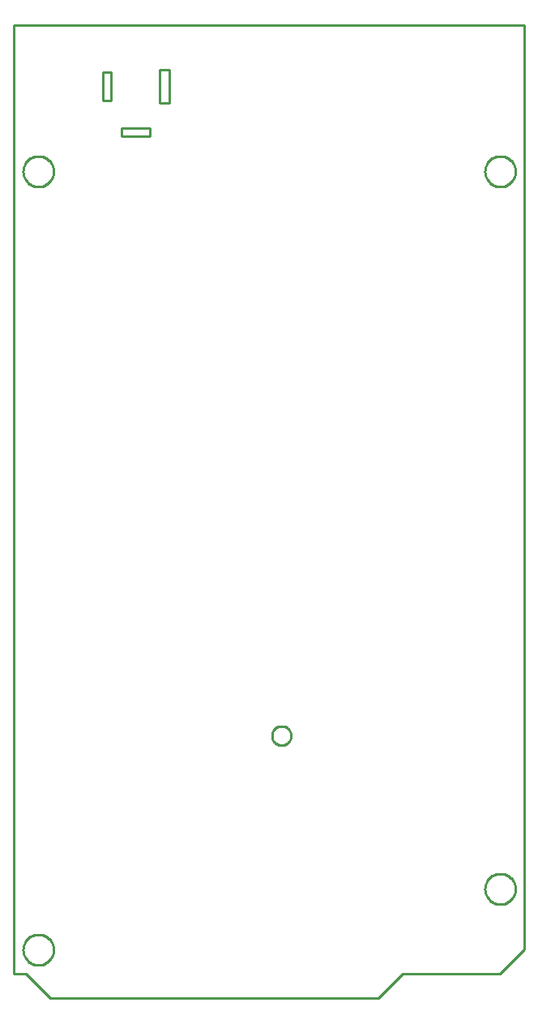
<source format=gbr>
G04 EAGLE Gerber RS-274X export*
G75*
%MOMM*%
%FSLAX34Y34*%
%LPD*%
%IN*%
%IPPOS*%
%AMOC8*
5,1,8,0,0,1.08239X$1,22.5*%
G01*
%ADD10C,0.254000*%


D10*
X241300Y12700D02*
X254000Y12700D01*
X279400Y-12700D01*
X622300Y-12700D01*
X647700Y12700D01*
X749300Y12700D01*
X774700Y38100D01*
X774700Y1003300D01*
X241300Y1003300D01*
X241300Y12700D01*
X353300Y887800D02*
X383300Y887800D01*
X383300Y895800D01*
X353300Y895800D01*
X353300Y887800D01*
X393300Y922300D02*
X403300Y922300D01*
X403300Y957300D01*
X393300Y957300D01*
X393300Y922300D01*
X334300Y924800D02*
X342300Y924800D01*
X342300Y954800D01*
X334300Y954800D01*
X334300Y924800D01*
X748776Y834900D02*
X747731Y834969D01*
X746692Y835105D01*
X745665Y835310D01*
X744653Y835581D01*
X743661Y835917D01*
X742693Y836318D01*
X741754Y836782D01*
X740846Y837306D01*
X739975Y837888D01*
X739144Y838525D01*
X738357Y839216D01*
X737616Y839957D01*
X736925Y840744D01*
X736288Y841575D01*
X735706Y842446D01*
X735182Y843354D01*
X734718Y844293D01*
X734317Y845261D01*
X733981Y846253D01*
X733710Y847265D01*
X733505Y848292D01*
X733369Y849331D01*
X733300Y850376D01*
X733300Y851424D01*
X733369Y852469D01*
X733505Y853508D01*
X733710Y854535D01*
X733981Y855547D01*
X734317Y856539D01*
X734718Y857507D01*
X735182Y858446D01*
X735706Y859354D01*
X736288Y860225D01*
X736925Y861056D01*
X737616Y861843D01*
X738357Y862584D01*
X739144Y863275D01*
X739975Y863913D01*
X740846Y864495D01*
X741754Y865018D01*
X742693Y865482D01*
X743661Y865883D01*
X744653Y866219D01*
X745665Y866490D01*
X746692Y866695D01*
X747731Y866832D01*
X748776Y866900D01*
X749824Y866900D01*
X750869Y866832D01*
X751908Y866695D01*
X752935Y866490D01*
X753947Y866219D01*
X754939Y865883D01*
X755907Y865482D01*
X756846Y865018D01*
X757754Y864495D01*
X758625Y863913D01*
X759456Y863275D01*
X760243Y862584D01*
X760984Y861843D01*
X761675Y861056D01*
X762313Y860225D01*
X762895Y859354D01*
X763418Y858446D01*
X763882Y857507D01*
X764283Y856539D01*
X764619Y855547D01*
X764890Y854535D01*
X765095Y853508D01*
X765232Y852469D01*
X765300Y851424D01*
X765300Y850376D01*
X765232Y849331D01*
X765095Y848292D01*
X764890Y847265D01*
X764619Y846253D01*
X764283Y845261D01*
X763882Y844293D01*
X763418Y843354D01*
X762895Y842446D01*
X762313Y841575D01*
X761675Y840744D01*
X760984Y839957D01*
X760243Y839216D01*
X759456Y838525D01*
X758625Y837888D01*
X757754Y837306D01*
X756846Y836782D01*
X755907Y836318D01*
X754939Y835917D01*
X753947Y835581D01*
X752935Y835310D01*
X751908Y835105D01*
X750869Y834969D01*
X749824Y834900D01*
X748776Y834900D01*
X266176Y834900D02*
X265131Y834969D01*
X264092Y835105D01*
X263065Y835310D01*
X262053Y835581D01*
X261061Y835917D01*
X260093Y836318D01*
X259154Y836782D01*
X258246Y837306D01*
X257375Y837888D01*
X256544Y838525D01*
X255757Y839216D01*
X255016Y839957D01*
X254325Y840744D01*
X253688Y841575D01*
X253106Y842446D01*
X252582Y843354D01*
X252118Y844293D01*
X251717Y845261D01*
X251381Y846253D01*
X251110Y847265D01*
X250905Y848292D01*
X250769Y849331D01*
X250700Y850376D01*
X250700Y851424D01*
X250769Y852469D01*
X250905Y853508D01*
X251110Y854535D01*
X251381Y855547D01*
X251717Y856539D01*
X252118Y857507D01*
X252582Y858446D01*
X253106Y859354D01*
X253688Y860225D01*
X254325Y861056D01*
X255016Y861843D01*
X255757Y862584D01*
X256544Y863275D01*
X257375Y863913D01*
X258246Y864495D01*
X259154Y865018D01*
X260093Y865482D01*
X261061Y865883D01*
X262053Y866219D01*
X263065Y866490D01*
X264092Y866695D01*
X265131Y866832D01*
X266176Y866900D01*
X267224Y866900D01*
X268269Y866832D01*
X269308Y866695D01*
X270335Y866490D01*
X271347Y866219D01*
X272339Y865883D01*
X273307Y865482D01*
X274246Y865018D01*
X275154Y864495D01*
X276025Y863913D01*
X276856Y863275D01*
X277643Y862584D01*
X278384Y861843D01*
X279075Y861056D01*
X279713Y860225D01*
X280295Y859354D01*
X280818Y858446D01*
X281282Y857507D01*
X281683Y856539D01*
X282019Y855547D01*
X282290Y854535D01*
X282495Y853508D01*
X282632Y852469D01*
X282700Y851424D01*
X282700Y850376D01*
X282632Y849331D01*
X282495Y848292D01*
X282290Y847265D01*
X282019Y846253D01*
X281683Y845261D01*
X281282Y844293D01*
X280818Y843354D01*
X280295Y842446D01*
X279713Y841575D01*
X279075Y840744D01*
X278384Y839957D01*
X277643Y839216D01*
X276856Y838525D01*
X276025Y837888D01*
X275154Y837306D01*
X274246Y836782D01*
X273307Y836318D01*
X272339Y835917D01*
X271347Y835581D01*
X270335Y835310D01*
X269308Y835105D01*
X268269Y834969D01*
X267224Y834900D01*
X266176Y834900D01*
X748776Y85600D02*
X747731Y85669D01*
X746692Y85805D01*
X745665Y86010D01*
X744653Y86281D01*
X743661Y86617D01*
X742693Y87018D01*
X741754Y87482D01*
X740846Y88006D01*
X739975Y88588D01*
X739144Y89225D01*
X738357Y89916D01*
X737616Y90657D01*
X736925Y91444D01*
X736288Y92275D01*
X735706Y93146D01*
X735182Y94054D01*
X734718Y94993D01*
X734317Y95961D01*
X733981Y96953D01*
X733710Y97965D01*
X733505Y98992D01*
X733369Y100031D01*
X733300Y101076D01*
X733300Y102124D01*
X733369Y103169D01*
X733505Y104208D01*
X733710Y105235D01*
X733981Y106247D01*
X734317Y107239D01*
X734718Y108207D01*
X735182Y109146D01*
X735706Y110054D01*
X736288Y110925D01*
X736925Y111756D01*
X737616Y112543D01*
X738357Y113284D01*
X739144Y113975D01*
X739975Y114613D01*
X740846Y115195D01*
X741754Y115718D01*
X742693Y116182D01*
X743661Y116583D01*
X744653Y116919D01*
X745665Y117190D01*
X746692Y117395D01*
X747731Y117532D01*
X748776Y117600D01*
X749824Y117600D01*
X750869Y117532D01*
X751908Y117395D01*
X752935Y117190D01*
X753947Y116919D01*
X754939Y116583D01*
X755907Y116182D01*
X756846Y115718D01*
X757754Y115195D01*
X758625Y114613D01*
X759456Y113975D01*
X760243Y113284D01*
X760984Y112543D01*
X761675Y111756D01*
X762313Y110925D01*
X762895Y110054D01*
X763418Y109146D01*
X763882Y108207D01*
X764283Y107239D01*
X764619Y106247D01*
X764890Y105235D01*
X765095Y104208D01*
X765232Y103169D01*
X765300Y102124D01*
X765300Y101076D01*
X765232Y100031D01*
X765095Y98992D01*
X764890Y97965D01*
X764619Y96953D01*
X764283Y95961D01*
X763882Y94993D01*
X763418Y94054D01*
X762895Y93146D01*
X762313Y92275D01*
X761675Y91444D01*
X760984Y90657D01*
X760243Y89916D01*
X759456Y89225D01*
X758625Y88588D01*
X757754Y88006D01*
X756846Y87482D01*
X755907Y87018D01*
X754939Y86617D01*
X753947Y86281D01*
X752935Y86010D01*
X751908Y85805D01*
X750869Y85669D01*
X749824Y85600D01*
X748776Y85600D01*
X266176Y22100D02*
X265131Y22169D01*
X264092Y22305D01*
X263065Y22510D01*
X262053Y22781D01*
X261061Y23117D01*
X260093Y23518D01*
X259154Y23982D01*
X258246Y24506D01*
X257375Y25088D01*
X256544Y25725D01*
X255757Y26416D01*
X255016Y27157D01*
X254325Y27944D01*
X253688Y28775D01*
X253106Y29646D01*
X252582Y30554D01*
X252118Y31493D01*
X251717Y32461D01*
X251381Y33453D01*
X251110Y34465D01*
X250905Y35492D01*
X250769Y36531D01*
X250700Y37576D01*
X250700Y38624D01*
X250769Y39669D01*
X250905Y40708D01*
X251110Y41735D01*
X251381Y42747D01*
X251717Y43739D01*
X252118Y44707D01*
X252582Y45646D01*
X253106Y46554D01*
X253688Y47425D01*
X254325Y48256D01*
X255016Y49043D01*
X255757Y49784D01*
X256544Y50475D01*
X257375Y51113D01*
X258246Y51695D01*
X259154Y52218D01*
X260093Y52682D01*
X261061Y53083D01*
X262053Y53419D01*
X263065Y53690D01*
X264092Y53895D01*
X265131Y54032D01*
X266176Y54100D01*
X267224Y54100D01*
X268269Y54032D01*
X269308Y53895D01*
X270335Y53690D01*
X271347Y53419D01*
X272339Y53083D01*
X273307Y52682D01*
X274246Y52218D01*
X275154Y51695D01*
X276025Y51113D01*
X276856Y50475D01*
X277643Y49784D01*
X278384Y49043D01*
X279075Y48256D01*
X279713Y47425D01*
X280295Y46554D01*
X280818Y45646D01*
X281282Y44707D01*
X281683Y43739D01*
X282019Y42747D01*
X282290Y41735D01*
X282495Y40708D01*
X282632Y39669D01*
X282700Y38624D01*
X282700Y37576D01*
X282632Y36531D01*
X282495Y35492D01*
X282290Y34465D01*
X282019Y33453D01*
X281683Y32461D01*
X281282Y31493D01*
X280818Y30554D01*
X280295Y29646D01*
X279713Y28775D01*
X279075Y27944D01*
X278384Y27157D01*
X277643Y26416D01*
X276856Y25725D01*
X276025Y25088D01*
X275154Y24506D01*
X274246Y23982D01*
X273307Y23518D01*
X272339Y23117D01*
X271347Y22781D01*
X270335Y22510D01*
X269308Y22305D01*
X268269Y22169D01*
X267224Y22100D01*
X266176Y22100D01*
X520263Y251620D02*
X519394Y251696D01*
X518534Y251848D01*
X517690Y252074D01*
X516870Y252372D01*
X516078Y252741D01*
X515322Y253178D01*
X514607Y253679D01*
X513938Y254240D01*
X513320Y254858D01*
X512759Y255527D01*
X512258Y256242D01*
X511821Y256998D01*
X511452Y257790D01*
X511154Y258610D01*
X510928Y259454D01*
X510776Y260314D01*
X510700Y261183D01*
X510700Y262057D01*
X510776Y262927D01*
X510928Y263786D01*
X511154Y264630D01*
X511452Y265450D01*
X511821Y266242D01*
X512258Y266998D01*
X512759Y267713D01*
X513320Y268382D01*
X513938Y269000D01*
X514607Y269561D01*
X515322Y270062D01*
X516078Y270499D01*
X516870Y270868D01*
X517690Y271166D01*
X518534Y271392D01*
X519394Y271544D01*
X520263Y271620D01*
X521137Y271620D01*
X522007Y271544D01*
X522866Y271392D01*
X523710Y271166D01*
X524530Y270868D01*
X525322Y270499D01*
X526078Y270062D01*
X526793Y269561D01*
X527462Y269000D01*
X528080Y268382D01*
X528641Y267713D01*
X529142Y266998D01*
X529579Y266242D01*
X529948Y265450D01*
X530246Y264630D01*
X530472Y263786D01*
X530624Y262927D01*
X530700Y262057D01*
X530700Y261183D01*
X530624Y260314D01*
X530472Y259454D01*
X530246Y258610D01*
X529948Y257790D01*
X529579Y256998D01*
X529142Y256242D01*
X528641Y255527D01*
X528080Y254858D01*
X527462Y254240D01*
X526793Y253679D01*
X526078Y253178D01*
X525322Y252741D01*
X524530Y252372D01*
X523710Y252074D01*
X522866Y251848D01*
X522007Y251696D01*
X521137Y251620D01*
X520263Y251620D01*
M02*

</source>
